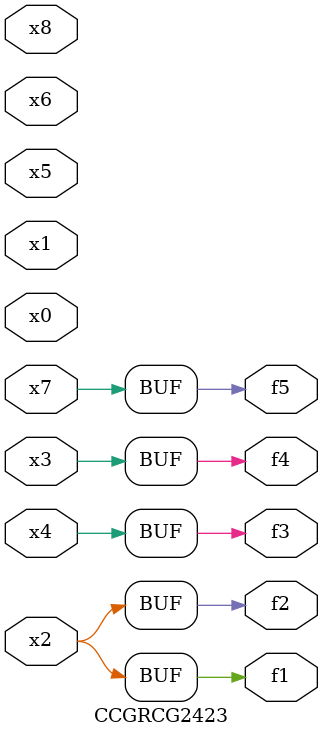
<source format=v>
module CCGRCG2423(
	input x0, x1, x2, x3, x4, x5, x6, x7, x8,
	output f1, f2, f3, f4, f5
);
	assign f1 = x2;
	assign f2 = x2;
	assign f3 = x4;
	assign f4 = x3;
	assign f5 = x7;
endmodule

</source>
